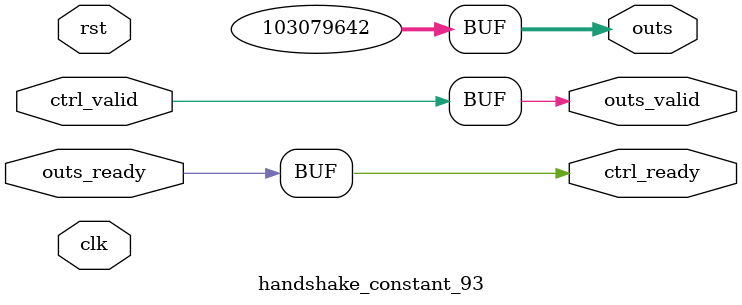
<source format=v>
`timescale 1ns / 1ps
module handshake_constant_93 #(
  parameter DATA_WIDTH = 32  // Default set to 32 bits
) (
  input                       clk,
  input                       rst,
  // Input Channel
  input                       ctrl_valid,
  output                      ctrl_ready,
  // Output Channel
  output [DATA_WIDTH - 1 : 0] outs,
  output                      outs_valid,
  input                       outs_ready
);
  assign outs       = 27'b110001001001101111011011010;
  assign outs_valid = ctrl_valid;
  assign ctrl_ready = outs_ready;

endmodule

</source>
